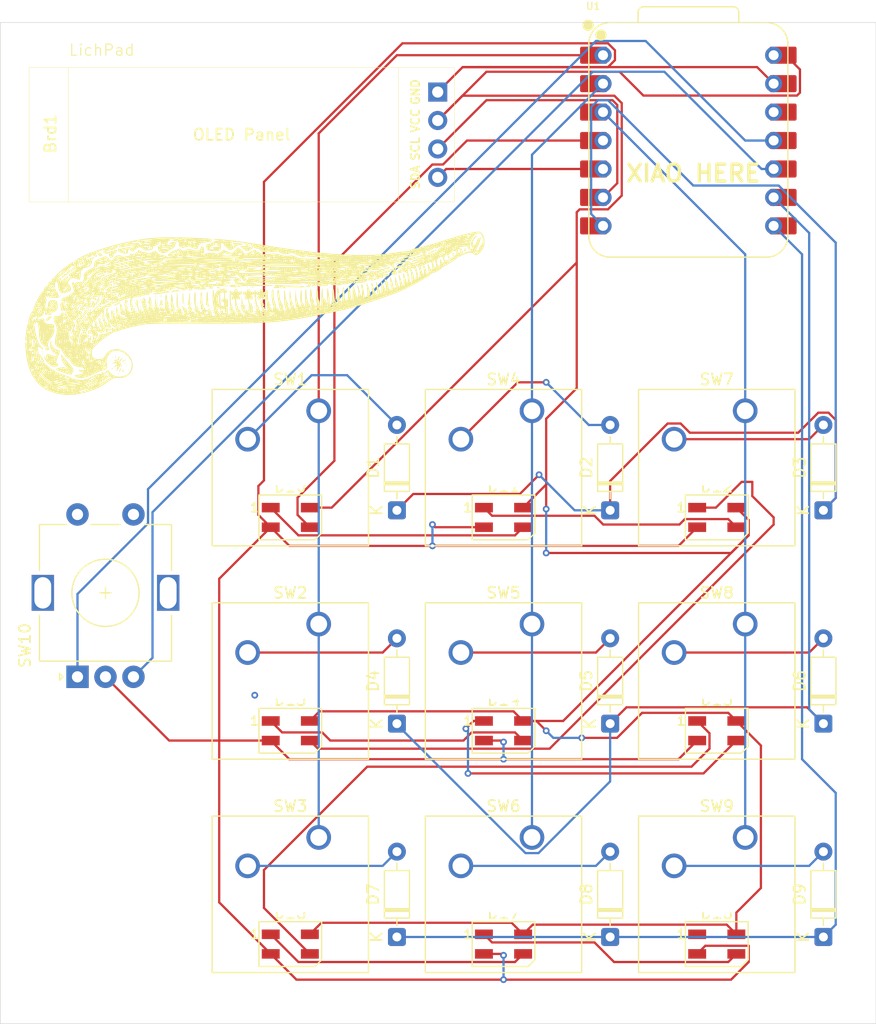
<source format=kicad_pcb>
(kicad_pcb (version 20241229) (generator "pcbnew") (generator_version "9.0")
  (layers (0 "F.Cu" signal) (2 "B.Cu" signal) (13 "F.Paste" user) (15 "B.Paste" user) (5 "F.SilkS" user "F.Silkscreen") (7 "B.SilkS" user "B.Silkscreen") (1 "F.Mask" user) (3 "B.Mask" user) (25 "Edge.Cuts" user))
  (net 0 "")
  (net 1 "GND")
  (net 2 "+5V")
  (net 3 "SDA")
  (net 4 "SCL")
  (net 5 "Net-(D1-A)")
  (net 6 "Row 1")
  (net 7 "Net-(D2-A)")
  (net 8 "Net-(D3-A)")
  (net 9 "Row 2")
  (net 10 "Net-(D4-A)")
  (net 11 "Net-(D5-A)")
  (net 12 "Net-(D6-A)")
  (net 13 "Row 3")
  (net 14 "Net-(D7-A)")
  (net 15 "Net-(D8-A)")
  (net 16 "Net-(D9-A)")
  (net 17 "Net-(D10-DOUT)")
  (net 18 "RGB")
  (net 19 "Net-(D11-DOUT)")
  (net 20 "Net-(D12-DOUT)")
  (net 21 "Net-(D13-DOUT)")
  (net 22 "Net-(D14-DOUT)")
  (net 23 "Net-(D15-DOUT)")
  (net 24 "Net-(D16-DOUT)")
  (net 25 "Net-(D17-DOUT)")
  (net 27 "Column 1")
  (net 28 "Column 2")
  (net 29 "Column 3")
  (net 32 "B")
  (net 33 "A")
  (footprint "Button_Switch_Keyboard:SW_Cherry_MX_1.00u_PCB" (layer "F.Cu") (at 76.2 98.425)
    (property "Reference" "SW2" (at -2.54 -2.794 0) (layer "F.SilkS"))
    (property "Value" "SW_Push")
    (pad "" np_thru_hole circle (at -7.62 5.08) (size 1.7 1.7) (drill 1.7) (layers "*.Cu" "*.Mask"))
    (pad "" np_thru_hole circle (at -2.54 5.08) (size 4 4) (drill 4) (layers "*.Cu" "*.Mask"))
    (pad "" np_thru_hole circle (at 2.54 5.08) (size 1.7 1.7) (drill 1.7) (layers "*.Cu" "*.Mask"))
    (pad "1" thru_hole circle (at 0 0) (size 2.2 2.2) (drill 1.5) (layers "*.Cu" "*.Mask") (net 27 "Column 1"))
    (pad "2" thru_hole circle (at -6.35 2.54) (size 2.2 2.2) (drill 1.5) (layers "*.Cu" "*.Mask") (net 10 "Net-(D4-A)"))
  )
  (footprint "Diode_THT:D_DO-35_SOD27_P7.62mm_Horizontal" (layer "F.Cu") (at 102.235 88.265 90)
    (property "Reference" "D2" (at 3.81 -2.12 90) (layer "F.SilkS"))
    (property "Value" "1N4148")
    (fp_text user "K" (at 0 -1.8 90) (layer "F.SilkS"))
    (pad "1" thru_hole roundrect (at 0 0 90) (size 1.6 1.6) (drill 0.8) (layers "*.Cu" "*.Mask") (roundrect_rratio 0.15625) (net 6 "Row 1"))
    (pad "2" thru_hole circle (at 7.62 0 90) (size 1.6 1.6) (drill 0.8) (layers "*.Cu" "*.Mask") (net 7 "Net-(D2-A)"))
  )
  (footprint "Button_Switch_Keyboard:SW_Cherry_MX_1.00u_PCB" (layer "F.Cu") (at 95.25 79.375)
    (property "Reference" "SW4" (at -2.54 -2.794 0) (layer "F.SilkS"))
    (property "Value" "SW_Push")
    (pad "" np_thru_hole circle (at -7.62 5.08) (size 1.7 1.7) (drill 1.7) (layers "*.Cu" "*.Mask"))
    (pad "" np_thru_hole circle (at -2.54 5.08) (size 4 4) (drill 4) (layers "*.Cu" "*.Mask"))
    (pad "" np_thru_hole circle (at 2.54 5.08) (size 1.7 1.7) (drill 1.7) (layers "*.Cu" "*.Mask"))
    (pad "1" thru_hole circle (at 0 0) (size 2.2 2.2) (drill 1.5) (layers "*.Cu" "*.Mask") (net 28 "Column 2"))
    (pad "2" thru_hole circle (at -6.35 2.54) (size 2.2 2.2) (drill 1.5) (layers "*.Cu" "*.Mask") (net 7 "Net-(D2-A)"))
  )
  (footprint "Symbol:Leech" (layer "F.Cu") (at 69.193128 69.482038)
    (property "Reference" "G***" (at 0 0 0) (layer "F.SilkS") (effects (font (size 1.5 1.5) (thickness 0.3))))
    (property "Value" "LOGO" (hide yes))
  )
  (footprint "Button_Switch_Keyboard:SW_Cherry_MX_1.00u_PCB" (layer "F.Cu") (at 114.3 79.375)
    (property "Reference" "SW7" (at -2.54 -2.794 0) (layer "F.SilkS"))
    (property "Value" "SW_Push")
    (pad "" np_thru_hole circle (at -7.62 5.08) (size 1.7 1.7) (drill 1.7) (layers "*.Cu" "*.Mask"))
    (pad "" np_thru_hole circle (at -2.54 5.08) (size 4 4) (drill 4) (layers "*.Cu" "*.Mask"))
    (pad "" np_thru_hole circle (at 2.54 5.08) (size 1.7 1.7) (drill 1.7) (layers "*.Cu" "*.Mask"))
    (pad "1" thru_hole circle (at 0 0) (size 2.2 2.2) (drill 1.5) (layers "*.Cu" "*.Mask") (net 29 "Column 3"))
    (pad "2" thru_hole circle (at -6.35 2.54) (size 2.2 2.2) (drill 1.5) (layers "*.Cu" "*.Mask") (net 8 "Net-(D3-A)"))
  )
  (footprint "OPL:XIAO-RP2040-DIP" (layer "F.Cu") (at 109.22 55.245)
    (property "Reference" "U1" (at -8.5 -12 0) (layer "F.SilkS") (effects (font (size 0.635 0.635) (thickness 0.1016))))
    (property "Value" "XIAO-RP2040-DIP")
    (pad "1" smd roundrect (at -8.455 -7.62 180) (size 2.432 1.524) (layers "F.Cu" "F.Mask") (roundrect_rratio 0.1) (net 27 "Column 1"))
    (pad "1" thru_hole circle (at -7.62 -7.62 180) (size 1.524 1.524) (drill 0.889) (layers "*.Cu" "*.Mask") (net 27 "Column 1"))
    (pad "2" smd roundrect (at -8.455 -5.08 180) (size 2.432 1.524) (layers "F.Cu" "F.Mask") (roundrect_rratio 0.1) (net 28 "Column 2"))
    (pad "2" thru_hole circle (at -7.62 -5.08 180) (size 1.524 1.524) (drill 0.889) (layers "*.Cu" "*.Mask") (net 28 "Column 2"))
    (pad "3" smd roundrect (at -8.455 -2.54 180) (size 2.432 1.524) (layers "F.Cu" "F.Mask") (roundrect_rratio 0.1) (net 29 "Column 3"))
    (pad "3" thru_hole circle (at -7.62 -2.54 180) (size 1.524 1.524) (drill 0.889) (layers "*.Cu" "*.Mask") (net 29 "Column 3"))
    (pad "4" smd roundrect (at -8.455 0 180) (size 2.432 1.524) (layers "F.Cu" "F.Mask") (roundrect_rratio 0.1) (net 18 "RGB"))
    (pad "4" thru_hole circle (at -7.62 0 180) (size 1.524 1.524) (drill 0.889) (layers "*.Cu" "*.Mask") (net 18 "RGB"))
    (pad "5" smd roundrect (at -8.455 2.54 180) (size 2.432 1.524) (layers "F.Cu" "F.Mask") (roundrect_rratio 0.1) (net 3 "SDA"))
    (pad "5" thru_hole circle (at -7.62 2.54 180) (size 1.524 1.524) (drill 0.889) (layers "*.Cu" "*.Mask") (net 3 "SDA"))
    (pad "6" smd roundrect (at -8.455 5.08 180) (size 2.432 1.524) (layers "F.Cu" "F.Mask") (roundrect_rratio 0.1) (net 4 "SCL"))
    (pad "6" thru_hole circle (at -7.62 5.08 180) (size 1.524 1.524) (drill 0.889) (layers "*.Cu" "*.Mask") (net 4 "SCL"))
    (pad "7" smd roundrect (at -8.455 7.62 180) (size 2.432 1.524) (layers "F.Cu" "F.Mask") (roundrect_rratio 0.1) (net 6 "Row 1"))
    (pad "7" thru_hole circle (at -7.62 7.62 180) (size 1.524 1.524) (drill 0.889) (layers "*.Cu" "*.Mask") (net 6 "Row 1"))
    (pad "8" thru_hole circle (at 7.62 7.62) (size 1.524 1.524) (drill 0.889) (layers "*.Cu" "*.Mask") (net 13 "Row 3"))
    (pad "8" smd roundrect (at 8.455 7.62) (size 2.432 1.524) (layers "F.Cu" "F.Mask") (roundrect_rratio 0.1) (net 13 "Row 3"))
    (pad "9" thru_hole circle (at 7.62 5.08) (size 1.524 1.524) (drill 0.889) (layers "*.Cu" "*.Mask") (net 9 "Row 2"))
    (pad "9" smd roundrect (at 8.455 5.08) (size 2.432 1.524) (layers "F.Cu" "F.Mask") (roundrect_rratio 0.1) (net 9 "Row 2"))
    (pad "10" thru_hole circle (at 7.62 2.54) (size 1.524 1.524) (drill 0.889) (layers "*.Cu" "*.Mask") (net 32 "B"))
    (pad "10" smd roundrect (at 8.455 2.54) (size 2.432 1.524) (layers "F.Cu" "F.Mask") (roundrect_rratio 0.1) (net 32 "B"))
    (pad "11" thru_hole circle (at 7.62 0) (size 1.524 1.524) (drill 0.889) (layers "*.Cu" "*.Mask") (net 33 "A"))
    (pad "11" smd roundrect (at 8.455 0) (size 2.432 1.524) (layers "F.Cu" "F.Mask") (roundrect_rratio 0.1) (net 33 "A"))
    (pad "12" thru_hole circle (at 7.62 -2.54) (size 1.524 1.524) (drill 0.889) (layers "*.Cu" "*.Mask"))
    (pad "12" smd roundrect (at 8.455 -2.54) (size 2.432 1.524) (layers "F.Cu" "F.Mask") (roundrect_rratio 0.1))
    (pad "13" thru_hole circle (at 7.62 -5.08) (size 1.524 1.524) (drill 0.889) (layers "*.Cu" "*.Mask") (net 1 "GND"))
    (pad "13" smd roundrect (at 8.455 -5.08) (size 2.432 1.524) (layers "F.Cu" "F.Mask") (roundrect_rratio 0.1) (net 1 "GND"))
    (pad "14" thru_hole circle (at 7.62 -7.62) (size 1.524 1.524) (drill 0.889) (layers "*.Cu" "*.Mask") (net 2 "+5V"))
    (pad "14" smd roundrect (at 8.455 -7.62) (size 2.432 1.524) (layers "F.Cu" "F.Mask") (roundrect_rratio 0.1) (net 2 "+5V"))
  )
  (footprint "Button_Switch_Keyboard:SW_Cherry_MX_1.00u_PCB" (layer "F.Cu") (at 76.2 79.375)
    (property "Reference" "SW1" (at -2.54 -2.794 0) (layer "F.SilkS"))
    (property "Value" "SW_Push")
    (pad "" np_thru_hole circle (at -7.62 5.08) (size 1.7 1.7) (drill 1.7) (layers "*.Cu" "*.Mask"))
    (pad "" np_thru_hole circle (at -2.54 5.08) (size 4 4) (drill 4) (layers "*.Cu" "*.Mask"))
    (pad "" np_thru_hole circle (at 2.54 5.08) (size 1.7 1.7) (drill 1.7) (layers "*.Cu" "*.Mask"))
    (pad "1" thru_hole circle (at 0 0) (size 2.2 2.2) (drill 1.5) (layers "*.Cu" "*.Mask") (net 27 "Column 1"))
    (pad "2" thru_hole circle (at -6.35 2.54) (size 2.2 2.2) (drill 1.5) (layers "*.Cu" "*.Mask") (net 5 "Net-(D1-A)"))
  )
  (footprint "LED_SMD:LED_SK6812MINI_PLCC4_3.5x3.5mm_P1.75mm" (layer "F.Cu") (at 111.76 127)
    (property "Reference" "D18" (at 0 -2.75 0) (layer "F.SilkS"))
    (property "Value" "SK6812MINI")
    (fp_text user "1" (at -3.2 -0.875 0) (layer "F.SilkS") (effects (font (size 0.8 0.8))))
    (pad "1" smd rect (at -1.75 -0.875) (size 1.6 0.85) (layers "F.Cu" "F.Mask" "F.Paste"))
    (pad "2" smd rect (at -1.75 0.875) (size 1.6 0.85) (layers "F.Cu" "F.Mask" "F.Paste") (net 1 "GND"))
    (pad "3" smd rect (at 1.75 0.875) (size 1.6 0.85) (layers "F.Cu" "F.Mask" "F.Paste") (net 25 "Net-(D17-DOUT)"))
    (pad "4" smd rect (at 1.75 -0.875) (size 1.6 0.85) (layers "F.Cu" "F.Mask" "F.Paste") (net 2 "+5V"))
  )
  (footprint "Button_Switch_Keyboard:SW_Cherry_MX_1.00u_PCB" (layer "F.Cu") (at 76.2 117.475)
    (property "Reference" "SW3" (at -2.54 -2.794 0) (layer "F.SilkS"))
    (property "Value" "SW_Push")
    (pad "" np_thru_hole circle (at -7.62 5.08) (size 1.7 1.7) (drill 1.7) (layers "*.Cu" "*.Mask"))
    (pad "" np_thru_hole circle (at -2.54 5.08) (size 4 4) (drill 4) (layers "*.Cu" "*.Mask"))
    (pad "" np_thru_hole circle (at 2.54 5.08) (size 1.7 1.7) (drill 1.7) (layers "*.Cu" "*.Mask"))
    (pad "1" thru_hole circle (at 0 0) (size 2.2 2.2) (drill 1.5) (layers "*.Cu" "*.Mask") (net 27 "Column 1"))
    (pad "2" thru_hole circle (at -6.35 2.54) (size 2.2 2.2) (drill 1.5) (layers "*.Cu" "*.Mask") (net 14 "Net-(D7-A)"))
  )
  (footprint "Diode_THT:D_DO-35_SOD27_P7.62mm_Horizontal" (layer "F.Cu") (at 121.285 107.315 90)
    (property "Reference" "D6" (at 3.81 -2.12 90) (layer "F.SilkS"))
    (property "Value" "1N4148")
    (fp_text user "K" (at 0 -1.8 90) (layer "F.SilkS"))
    (pad "1" thru_hole roundrect (at 0 0 90) (size 1.6 1.6) (drill 0.8) (layers "*.Cu" "*.Mask") (roundrect_rratio 0.15625) (net 9 "Row 2"))
    (pad "2" thru_hole circle (at 7.62 0 90) (size 1.6 1.6) (drill 0.8) (layers "*.Cu" "*.Mask") (net 12 "Net-(D6-A)"))
  )
  (footprint "Diode_THT:D_DO-35_SOD27_P7.62mm_Horizontal" (layer "F.Cu") (at 83.185 126.365 90)
    (property "Reference" "D7" (at 3.81 -2.12 90) (layer "F.SilkS"))
    (property "Value" "1N4148")
    (fp_text user "K" (at 0 -1.8 90) (layer "F.SilkS"))
    (pad "1" thru_hole roundrect (at 0 0 90) (size 1.6 1.6) (drill 0.8) (layers "*.Cu" "*.Mask") (roundrect_rratio 0.15625) (net 13 "Row 3"))
    (pad "2" thru_hole circle (at 7.62 0 90) (size 1.6 1.6) (drill 0.8) (layers "*.Cu" "*.Mask") (net 14 "Net-(D7-A)"))
  )
  (footprint "Diode_THT:D_DO-35_SOD27_P7.62mm_Horizontal" (layer "F.Cu") (at 83.185 88.265 90)
    (property "Reference" "D1" (at 3.81 -2.12 90) (layer "F.SilkS"))
    (property "Value" "1N4148")
    (fp_text user "K" (at 0 -1.8 90) (layer "F.SilkS"))
    (pad "1" thru_hole roundrect (at 0 0 90) (size 1.6 1.6) (drill 0.8) (layers "*.Cu" "*.Mask") (roundrect_rratio 0.15625) (net 6 "Row 1"))
    (pad "2" thru_hole circle (at 7.62 0 90) (size 1.6 1.6) (drill 0.8) (layers "*.Cu" "*.Mask") (net 5 "Net-(D1-A)"))
  )
  (footprint "Button_Switch_Keyboard:SW_Cherry_MX_1.00u_PCB" (layer "F.Cu") (at 95.25 117.475)
    (property "Reference" "SW6" (at -2.54 -2.794 0) (layer "F.SilkS"))
    (property "Value" "SW_Push")
    (pad "" np_thru_hole circle (at -7.62 5.08) (size 1.7 1.7) (drill 1.7) (layers "*.Cu" "*.Mask"))
    (pad "" np_thru_hole circle (at -2.54 5.08) (size 4 4) (drill 4) (layers "*.Cu" "*.Mask"))
    (pad "" np_thru_hole circle (at 2.54 5.08) (size 1.7 1.7) (drill 1.7) (layers "*.Cu" "*.Mask"))
    (pad "1" thru_hole circle (at 0 0) (size 2.2 2.2) (drill 1.5) (layers "*.Cu" "*.Mask") (net 28 "Column 2"))
    (pad "2" thru_hole circle (at -6.35 2.54) (size 2.2 2.2) (drill 1.5) (layers "*.Cu" "*.Mask") (net 15 "Net-(D8-A)"))
  )
  (footprint "LED_SMD:LED_SK6812MINI_PLCC4_3.5x3.5mm_P1.75mm" (layer "F.Cu") (at 73.66 107.95)
    (property "Reference" "D13" (at 0 -2.75 0) (layer "F.SilkS"))
    (property "Value" "SK6812MINI")
    (fp_text user "1" (at -3.2 -0.875 0) (layer "F.SilkS") (effects (font (size 0.8 0.8))))
    (pad "1" smd rect (at -1.75 -0.875) (size 1.6 0.85) (layers "F.Cu" "F.Mask" "F.Paste") (net 21 "Net-(D13-DOUT)"))
    (pad "2" smd rect (at -1.75 0.875) (size 1.6 0.85) (layers "F.Cu" "F.Mask" "F.Paste") (net 1 "GND"))
    (pad "3" smd rect (at 1.75 0.875) (size 1.6 0.85) (layers "F.Cu" "F.Mask" "F.Paste") (net 20 "Net-(D12-DOUT)"))
    (pad "4" smd rect (at 1.75 -0.875) (size 1.6 0.85) (layers "F.Cu" "F.Mask" "F.Paste") (net 2 "+5V"))
  )
  (footprint "LED_SMD:LED_SK6812MINI_PLCC4_3.5x3.5mm_P1.75mm" (layer "F.Cu") (at 73.66 88.9)
    (property "Reference" "D10" (at 0 -2.75 0) (layer "F.SilkS"))
    (property "Value" "SK6812MINI")
    (fp_text user "1" (at -3.2 -0.875 0) (layer "F.SilkS") (effects (font (size 0.8 0.8))))
    (pad "1" smd rect (at -1.75 -0.875) (size 1.6 0.85) (layers "F.Cu" "F.Mask" "F.Paste") (net 17 "Net-(D10-DOUT)"))
    (pad "2" smd rect (at -1.75 0.875) (size 1.6 0.85) (layers "F.Cu" "F.Mask" "F.Paste") (net 1 "GND"))
    (pad "3" smd rect (at 1.75 0.875) (size 1.6 0.85) (layers "F.Cu" "F.Mask" "F.Paste") (net 18 "RGB"))
    (pad "4" smd rect (at 1.75 -0.875) (size 1.6 0.85) (layers "F.Cu" "F.Mask" "F.Paste") (net 2 "+5V"))
  )
  (footprint "Diode_THT:D_DO-35_SOD27_P7.62mm_Horizontal" (layer "F.Cu") (at 83.185 107.315 90)
    (property "Reference" "D4" (at 3.81 -2.12 90) (layer "F.SilkS"))
    (property "Value" "1N4148")
    (fp_text user "K" (at 0 -1.8 90) (layer "F.SilkS"))
    (pad "1" thru_hole roundrect (at 0 0 90) (size 1.6 1.6) (drill 0.8) (layers "*.Cu" "*.Mask") (roundrect_rratio 0.15625) (net 9 "Row 2"))
    (pad "2" thru_hole circle (at 7.62 0 90) (size 1.6 1.6) (drill 0.8) (layers "*.Cu" "*.Mask") (net 10 "Net-(D4-A)"))
  )
  (footprint "LED_SMD:LED_SK6812MINI_PLCC4_3.5x3.5mm_P1.75mm" (layer "F.Cu") (at 73.66 127)
    (property "Reference" "D16" (at 0 -2.75 0) (layer "F.SilkS"))
    (property "Value" "SK6812MINI")
    (fp_text user "1" (at -3.2 -0.875 0) (layer "F.SilkS") (effects (font (size 0.8 0.8))))
    (pad "1" smd rect (at -1.75 -0.875) (size 1.6 0.85) (layers "F.Cu" "F.Mask" "F.Paste") (net 24 "Net-(D16-DOUT)"))
    (pad "2" smd rect (at -1.75 0.875) (size 1.6 0.85) (layers "F.Cu" "F.Mask" "F.Paste") (net 1 "GND"))
    (pad "3" smd rect (at 1.75 0.875) (size 1.6 0.85) (layers "F.Cu" "F.Mask" "F.Paste") (net 23 "Net-(D15-DOUT)"))
    (pad "4" smd rect (at 1.75 -0.875) (size 1.6 0.85) (layers "F.Cu" "F.Mask" "F.Paste") (net 2 "+5V"))
  )
  (footprint "LED_SMD:LED_SK6812MINI_PLCC4_3.5x3.5mm_P1.75mm" (layer "F.Cu") (at 92.71 88.9)
    (property "Reference" "D11" (at 0 -2.75 0) (layer "F.SilkS"))
    (property "Value" "SK6812MINI")
    (fp_text user "1" (at -3.2 -0.875 0) (layer "F.SilkS") (effects (font (size 0.8 0.8))))
    (pad "1" smd rect (at -1.75 -0.875) (size 1.6 0.85) (layers "F.Cu" "F.Mask" "F.Paste") (net 19 "Net-(D11-DOUT)"))
    (pad "2" smd rect (at -1.75 0.875) (size 1.6 0.85) (layers "F.Cu" "F.Mask" "F.Paste") (net 1 "GND"))
    (pad "3" smd rect (at 1.75 0.875) (size 1.6 0.85) (layers "F.Cu" "F.Mask" "F.Paste") (net 17 "Net-(D10-DOUT)"))
    (pad "4" smd rect (at 1.75 -0.875) (size 1.6 0.85) (layers "F.Cu" "F.Mask" "F.Paste") (net 2 "+5V"))
  )
  (footprint "LED_SMD:LED_SK6812MINI_PLCC4_3.5x3.5mm_P1.75mm" (layer "F.Cu") (at 92.71 107.95)
    (property "Reference" "D14" (at 0 -2.75 0) (layer "F.SilkS"))
    (property "Value" "SK6812MINI")
    (fp_text user "1" (at -3.2 -0.875 0) (layer "F.SilkS") (effects (font (size 0.8 0.8))))
    (pad "1" smd rect (at -1.75 -0.875) (size 1.6 0.85) (layers "F.Cu" "F.Mask" "F.Paste") (net 22 "Net-(D14-DOUT)"))
    (pad "2" smd rect (at -1.75 0.875) (size 1.6 0.85) (layers "F.Cu" "F.Mask" "F.Paste") (net 1 "GND"))
    (pad "3" smd rect (at 1.75 0.875) (size 1.6 0.85) (layers "F.Cu" "F.Mask" "F.Paste") (net 21 "Net-(D13-DOUT)"))
    (pad "4" smd rect (at 1.75 -0.875) (size 1.6 0.85) (layers "F.Cu" "F.Mask" "F.Paste") (net 2 "+5V"))
  )
  (footprint "Button_Switch_Keyboard:SW_Cherry_MX_1.00u_PCB" (layer "F.Cu") (at 95.25 98.425)
    (property "Reference" "SW5" (at -2.54 -2.794 0) (layer "F.SilkS"))
    (property "Value" "SW_Push")
    (pad "" np_thru_hole circle (at -7.62 5.08) (size 1.7 1.7) (drill 1.7) (layers "*.Cu" "*.Mask"))
    (pad "" np_thru_hole circle (at -2.54 5.08) (size 4 4) (drill 4) (layers "*.Cu" "*.Mask"))
    (pad "" np_thru_hole circle (at 2.54 5.08) (size 1.7 1.7) (drill 1.7) (layers "*.Cu" "*.Mask"))
    (pad "1" thru_hole circle (at 0 0) (size 2.2 2.2) (drill 1.5) (layers "*.Cu" "*.Mask") (net 28 "Column 2"))
    (pad "2" thru_hole circle (at -6.35 2.54) (size 2.2 2.2) (drill 1.5) (layers "*.Cu" "*.Mask") (net 11 "Net-(D5-A)"))
  )
  (footprint "Button_Switch_Keyboard:SW_Cherry_MX_1.00u_PCB" (layer "F.Cu") (at 114.3 98.425)
    (property "Reference" "SW8" (at -2.54 -2.794 0) (layer "F.SilkS"))
    (property "Value" "SW_Push")
    (pad "" np_thru_hole circle (at -7.62 5.08) (size 1.7 1.7) (drill 1.7) (layers "*.Cu" "*.Mask"))
    (pad "" np_thru_hole circle (at -2.54 5.08) (size 4 4) (drill 4) (layers "*.Cu" "*.Mask"))
    (pad "" np_thru_hole circle (at 2.54 5.08) (size 1.7 1.7) (drill 1.7) (layers "*.Cu" "*.Mask"))
    (pad "1" thru_hole circle (at 0 0) (size 2.2 2.2) (drill 1.5) (layers "*.Cu" "*.Mask") (net 29 "Column 3"))
    (pad "2" thru_hole circle (at -6.35 2.54) (size 2.2 2.2) (drill 1.5) (layers "*.Cu" "*.Mask") (net 12 "Net-(D6-A)"))
  )
  (footprint "LED_SMD:LED_SK6812MINI_PLCC4_3.5x3.5mm_P1.75mm" (layer "F.Cu") (at 111.76 88.9)
    (property "Reference" "D12" (at 0 -2.75 0) (layer "F.SilkS"))
    (property "Value" "SK6812MINI")
    (fp_text user "1" (at -3.2 -0.875 0) (layer "F.SilkS") (effects (font (size 0.8 0.8))))
    (pad "1" smd rect (at -1.75 -0.875) (size 1.6 0.85) (layers "F.Cu" "F.Mask" "F.Paste") (net 20 "Net-(D12-DOUT)"))
    (pad "2" smd rect (at -1.75 0.875) (size 1.6 0.85) (layers "F.Cu" "F.Mask" "F.Paste") (net 1 "GND"))
    (pad "3" smd rect (at 1.75 0.875) (size 1.6 0.85) (layers "F.Cu" "F.Mask" "F.Paste") (net 19 "Net-(D11-DOUT)"))
    (pad "4" smd rect (at 1.75 -0.875) (size 1.6 0.85) (layers "F.Cu" "F.Mask" "F.Paste") (net 2 "+5V"))
  )
  (footprint "LED_SMD:LED_SK6812MINI_PLCC4_3.5x3.5mm_P1.75mm" (layer "F.Cu") (at 111.76 107.95)
    (property "Reference" "D15" (at 0 -2.75 0) (layer "F.SilkS"))
    (property "Value" "SK6812MINI")
    (fp_text user "1" (at -3.2 -0.875 0) (layer "F.SilkS") (effects (font (size 0.8 0.8))))
    (pad "1" smd rect (at -1.75 -0.875) (size 1.6 0.85) (layers "F.Cu" "F.Mask" "F.Paste") (net 23 "Net-(D15-DOUT)"))
    (pad "2" smd rect (at -1.75 0.875) (size 1.6 0.85) (layers "F.Cu" "F.Mask" "F.Paste") (net 1 "GND"))
    (pad "3" smd rect (at 1.75 0.875) (size 1.6 0.85) (layers "F.Cu" "F.Mask" "F.Paste") (net 22 "Net-(D14-DOUT)"))
    (pad "4" smd rect (at 1.75 -0.875) (size 1.6 0.85) (layers "F.Cu" "F.Mask" "F.Paste") (net 2 "+5V"))
  )
  (footprint "LED_SMD:SSD1306-0.91-OLED-4pin-128x32" (layer "F.Cu") (at 50.33 48.725)
    (property "Reference" "Brd1" (at 1.9 5.91 90) (layer "F.SilkS"))
    (property "Value" "SSD1306")
    (fp_text user "GND" (at 34.5 2.19 90) (layer "F.SilkS") (effects (font (size 0.75 0.75))))
    (fp_text user "SDA" (at 34.5 9.81 90) (layer "F.SilkS") (effects (font (size 0.75 0.75))))
    (fp_text user "OLED Panel" (at 19 6 0) (layer "F.SilkS"))
    (fp_text user "VCC" (at 34.5 4.73 90) (layer "F.SilkS") (effects (font (size 0.75 0.75))))
    (fp_text user "SCL" (at 34.5 7.27 90) (layer "F.SilkS") (effects (font (size 0.75 0.75))))
    (pad "1" thru_hole rect (at 36.5 2.19) (size 1.7 1.7) (drill 1) (layers "*.Cu" "*.Mask") (net 1 "GND"))
    (pad "2" thru_hole oval (at 36.5 4.73) (size 1.7 1.7) (drill 1) (layers "*.Cu" "*.Mask") (net 2 "+5V"))
    (pad "3" thru_hole oval (at 36.5 7.27) (size 1.7 1.7) (drill 1) (layers "*.Cu" "*.Mask") (net 4 "SCL"))
    (pad "4" thru_hole oval (at 36.5 9.81) (size 1.7 1.7) (drill 1) (layers "*.Cu" "*.Mask") (net 3 "SDA"))
  )
  (footprint "Rotary_Encoder:RotaryEncoder_Alps_EC11E-Switch_Vertical_H20mm" (layer "F.Cu") (at 54.65 103.135 90)
    (property "Reference" "SW10" (at 2.8 -4.7 90) (layer "F.SilkS"))
    (property "Value" "RotaryEncoder_Switch")
    (pad "A" thru_hole rect (at 0 0 90) (size 2 2) (drill 1) (layers "*.Cu" "*.Mask") (net 33 "A"))
    (pad "B" thru_hole circle (at 0 5 90) (size 2 2) (drill 1) (layers "*.Cu" "*.Mask") (net 32 "B"))
    (pad "C" thru_hole circle (at 0 2.5 90) (size 2 2) (drill 1) (layers "*.Cu" "*.Mask") (net 1 "GND"))
    (pad "MP" thru_hole rect (at 7.5 -3.1 90) (size 3.2 2) (drill oval 2.8 1.5) (layers "*.Cu" "*.Mask"))
    (pad "MP" thru_hole rect (at 7.5 8.1 90) (size 3.2 2) (drill oval 2.8 1.5) (layers "*.Cu" "*.Mask"))
    (pad "S1" thru_hole circle (at 14.5 5 90) (size 2 2) (drill 1) (layers "*.Cu" "*.Mask"))
    (pad "S2" thru_hole circle (at 14.5 0 90) (size 2 2) (drill 1) (layers "*.Cu" "*.Mask"))
  )
  (footprint "Diode_THT:D_DO-35_SOD27_P7.62mm_Horizontal" (layer "F.Cu") (at 121.285 88.265 90)
    (property "Reference" "D3" (at 3.81 -2.12 90) (layer "F.SilkS"))
    (property "Value" "1N4148")
    (fp_text user "K" (at 0 -1.8 90) (layer "F.SilkS"))
    (pad "1" thru_hole roundrect (at 0 0 90) (size 1.6 1.6) (drill 0.8) (layers "*.Cu" "*.Mask") (roundrect_rratio 0.15625) (net 6 "Row 1"))
    (pad "2" thru_hole circle (at 7.62 0 90) (size 1.6 1.6) (drill 0.8) (layers "*.Cu" "*.Mask") (net 8 "Net-(D3-A)"))
  )
  (footprint "LED_SMD:LED_SK6812MINI_PLCC4_3.5x3.5mm_P1.75mm" (layer "F.Cu") (at 92.71 127)
    (property "Reference" "D17" (at 0 -2.75 0) (layer "F.SilkS"))
    (property "Value" "SK6812MINI")
    (fp_text user "1" (at -3.2 -0.875 0) (layer "F.SilkS") (effects (font (size 0.8 0.8))))
    (pad "1" smd rect (at -1.75 -0.875) (size 1.6 0.85) (layers "F.Cu" "F.Mask" "F.Paste") (net 25 "Net-(D17-DOUT)"))
    (pad "2" smd rect (at -1.75 0.875) (size 1.6 0.85) (layers "F.Cu" "F.Mask" "F.Paste") (net 1 "GND"))
    (pad "3" smd rect (at 1.75 0.875) (size 1.6 0.85) (layers "F.Cu" "F.Mask" "F.Paste") (net 24 "Net-(D16-DOUT)"))
    (pad "4" smd rect (at 1.75 -0.875) (size 1.6 0.85) (layers "F.Cu" "F.Mask" "F.Paste") (net 2 "+5V"))
  )
  (footprint "Diode_THT:D_DO-35_SOD27_P7.62mm_Horizontal" (layer "F.Cu") (at 102.235 126.365 90)
    (property "Reference" "D8" (at 3.81 -2.12 90) (layer "F.SilkS"))
    (property "Value" "1N4148")
    (fp_text user "K" (at 0 -1.8 90) (layer "F.SilkS"))
    (pad "1" thru_hole roundrect (at 0 0 90) (size 1.6 1.6) (drill 0.8) (layers "*.Cu" "*.Mask") (roundrect_rratio 0.15625) (net 13 "Row 3"))
    (pad "2" thru_hole circle (at 7.62 0 90) (size 1.6 1.6) (drill 0.8) (layers "*.Cu" "*.Mask") (net 15 "Net-(D8-A)"))
  )
  (footprint "Diode_THT:D_DO-35_SOD27_P7.62mm_Horizontal" (layer "F.Cu") (at 102.235 107.315 90)
    (property "Reference" "D5" (at 3.81 -2.12 90) (layer "F.SilkS"))
    (property "Value" "1N4148")
    (fp_text user "K" (at 0 -1.8 90) (layer "F.SilkS"))
    (pad "1" thru_hole roundrect (at 0 0 90) (size 1.6 1.6) (drill 0.8) (layers "*.Cu" "*.Mask") (roundrect_rratio 0.15625) (net 9 "Row 2"))
    (pad "2" thru_hole circle (at 7.62 0 90) (size 1.6 1.6) (drill 0.8) (layers "*.Cu" "*.Mask") (net 11 "Net-(D5-A)"))
  )
  (footprint "Button_Switch_Keyboard:SW_Cherry_MX_1.00u_PCB" (layer "F.Cu") (at 114.3 117.475)
    (property "Reference" "SW9" (at -2.54 -2.794 0) (layer "F.SilkS"))
    (property "Value" "SW_Push")
    (pad "" np_thru_hole circle (at -7.62 5.08) (size 1.7 1.7) (drill 1.7) (layers "*.Cu" "*.Mask"))
    (pad "" np_thru_hole circle (at -2.54 5.08) (size 4 4) (drill 4) (layers "*.Cu" "*.Mask"))
    (pad "" np_thru_hole circle (at 2.54 5.08) (size 1.7 1.7) (drill 1.7) (layers "*.Cu" "*.Mask"))
    (pad "1" thru_hole circle (at 0 0) (size 2.2 2.2) (drill 1.5) (layers "*.Cu" "*.Mask") (net 29 "Column 3"))
    (pad "2" thru_hole circle (at -6.35 2.54) (size 2.2 2.2) (drill 1.5) (layers "*.Cu" "*.Mask") (net 16 "Net-(D9-A)"))
  )
  (footprint "Diode_THT:D_DO-35_SOD27_P7.62mm_Horizontal" (layer "F.Cu") (at 121.285 126.365 90)
    (property "Reference" "D9" (at 3.81 -2.12 90) (layer "F.SilkS"))
    (property "Value" "1N4148")
    (fp_text user "K" (at 0 -1.8 90) (layer "F.SilkS"))
    (pad "1" thru_hole roundrect (at 0 0 90) (size 1.6 1.6) (drill 0.8) (layers "*.Cu" "*.Mask") (roundrect_rratio 0.15625) (net 13 "Row 3"))
    (pad "2" thru_hole circle (at 7.62 0 90) (size 1.6 1.6) (drill 0.8) (layers "*.Cu" "*.Mask") (net 16 "Net-(D9-A)"))
  )
  (gr_rect (start 47.752 44.704) (end 125.984 134.112) (stroke (width 0.05)) (fill no) (layer "Edge.Cuts"))
  (gr_text "XIAO HERE" (at 103.505 59.055 0) (layer "F.SilkS") (effects (font (size 1.5 1.5) (thickness 0.3) (bold yes)) (justify left bottom)))
  (gr_text "LichPad" (at 53.83 47.752 0) (layer "F.SilkS") (effects (font (size 1 1) (thickness 0.1)) (justify left bottom)))
  (via (at 70.485 104.775) (size 0.6) (drill 0.3) (layers "F.Cu" "B.Cu") (net 0))
  (segment (start 102.04031 46.562) (end 83.6809 46.562) (width 0.2) (layer "F.Cu") (net 1))
  (segment (start 73.575 91.44) (end 71.91 89.775) (width 0.2) (layer "F.Cu") (net 1))
  (segment (start 70.809 86.097) (end 70.809 88.674) (width 0.2) (layer "F.Cu") (net 1))
  (segment (start 71.309 85.597) (end 70.809 86.097) (width 0.2) (layer "F.Cu") (net 1))
  (segment (start 71.91 127.875) (end 67.31 123.275) (width 0.2) (layer "F.Cu") (net 1))
  (segment (start 67.31 108.825) (end 62.84 108.825) (width 0.2) (layer "F.Cu") (net 1))
  (segment (start 70.809 88.674) (end 71.91 89.775) (width 0.2) (layer "F.Cu") (net 1))
  (segment (start 74.21 130.175) (end 71.91 127.875) (width 0.2) (layer "F.Cu") (net 1))
  (segment (start 67.31 94.375) (end 67.31 108.825) (width 0.2) (layer "F.Cu") (net 1))
  (segment (start 90.96 89.775) (end 86.6 89.775) (width 0.2) (layer "F.Cu") (net 1))
  (segment (start 67.31 123.275) (end 67.31 108.825) (width 0.2) (layer "F.Cu") (net 1))
  (segment (start 115.363 48.688) (end 116.84 50.165) (width 0.2) (layer "F.Cu") (net 1))
  (segment (start 108.345 110.49) (end 110.01 108.825) (width 0.2) (layer "F.Cu") (net 1))
  (segment (start 71.91 108.825) (end 67.31 108.825) (width 0.2) (layer "F.Cu") (net 1))
  (segment (start 62.84 108.825) (end 57.15 103.135) (width 0.2) (layer "F.Cu") (net 1))
  (segment (start 102.663 47.18469) (end 102.04031 46.562) (width 0.2) (layer "F.Cu") (net 1))
  (segment (start 102.663 48.06531) (end 102.663 47.18469) (width 0.2) (layer "F.Cu") (net 1))
  (segment (start 102.04031 48.688) (end 102.663 48.06531) (width 0.2) (layer "F.Cu") (net 1))
  (segment (start 113.037 130.175) (end 114.611 128.601) (width 0.2) (layer "F.Cu") (net 1))
  (segment (start 92.584 108.825) (end 92.71 108.951) (width 0.2) (layer "F.Cu") (net 1))
  (segment (start 108.345 91.44) (end 110.01 89.775) (width 0.2) (layer "F.Cu") (net 1))
  (segment (start 92.584 127.875) (end 92.71 128.001) (width 0.2) (layer "F.Cu") (net 1))
  (segment (start 92.71 110.49) (end 108.345 110.49) (width 0.2) (layer "F.Cu") (net 1))
  (segment (start 73.575 110.49) (end 71.91 108.825) (width 0.2) (layer "F.Cu") (net 1))
  (segment (start 92.71 110.49) (end 73.575 110.49) (width 0.2) (layer "F.Cu") (net 1))
  (segment (start 86.36 91.44) (end 108.345 91.44) (width 0.2) (layer "F.Cu") (net 1))
  (segment (start 83.6809 46.562) (end 71.309 58.9339) (width 0.2) (layer "F.Cu") (net 1))
  (segment (start 86.36 91.44) (end 73.575 91.44) (width 0.2) (layer "F.Cu") (net 1))
  (segment (start 90.96 127.875) (end 92.584 127.875) (width 0.2) (layer "F.Cu") (net 1))
  (segment (start 114.611 128.601) (end 114.611 127.149) (width 0.2) (layer "F.Cu") (net 1))
  (segment (start 110.736 127.149) (end 110.01 127.875) (width 0.2) (layer "F.Cu") (net 1))
  (segment (start 90.96 108.825) (end 92.584 108.825) (width 0.2) (layer "F.Cu") (net 1))
  (segment (start 89.057 48.688) (end 115.363 48.688) (width 0.2) (layer "F.Cu") (net 1))
  (segment (start 92.71 130.175) (end 113.037 130.175) (width 0.2) (layer "F.Cu") (net 1))
  (segment (start 71.309 58.9339) (end 71.309 85.597) (width 0.2) (layer "F.Cu") (net 1))
  (segment (start 71.91 89.775) (end 67.31 94.375) (width 0.2) (layer "F.Cu") (net 1))
  (segment (start 86.83 50.915) (end 89.057 48.688) (width 0.2) (layer "F.Cu") (net 1))
  (segment (start 92.71 130.175) (end 74.21 130.175) (width 0.2) (layer "F.Cu") (net 1))
  (segment (start 86.6 89.775) (end 86.36 89.535) (width 0.2) (layer "F.Cu") (net 1))
  (segment (start 114.611 127.149) (end 110.736 127.149) (width 0.2) (layer "F.Cu") (net 1))
  (segment (start 89.057 48.688) (end 102.04031 48.688) (width 0.2) (layer "F.Cu") (net 1))
  (via (at 92.71 128.001) (size 0.6) (drill 0.3) (layers "F.Cu" "B.Cu") (net 1))
  (via (at 86.36 91.44) (size 0.6) (drill 0.3) (layers "F.Cu" "B.Cu") (net 1))
  (via (at 92.71 108.951) (size 0.6) (drill 0.3) (layers "F.Cu" "B.Cu") (net 1))
  (via (at 86.36 89.535) (size 0.6) (drill 0.3) (layers "F.Cu" "B.Cu") (net 1))
  (via (at 92.71 110.49) (size 0.6) (drill 0.3) (layers "F.Cu" "B.Cu") (net 1))
  (via (at 92.71 130.175) (size 0.6) (drill 0.3) (layers "F.Cu" "B.Cu") (net 1))
  (segment (start 92.71 108.951) (end 92.71 110.49) (width 0.2) (layer "B.Cu") (net 1))
  (segment (start 92.71 128.001) (end 92.71 130.175) (width 0.2) (layer "B.Cu") (net 1))
  (segment (start 86.36 89.535) (end 86.36 91.44) (width 0.2) (layer "B.Cu") (net 1))
  (segment (start 99.248 66.13905) (end 99.248 61.649374) (width 0.2) (layer "F.Cu") (net 2))
  (segment (start 94.46 107.075) (end 98.037 107.075) (width 0.2) (layer "F.Cu") (net 2))
  (segment (start 78.566025 86.821025) (end 99.248 66.13905) (width 0.2) (layer "F.Cu") (net 2))
  (segment (start 113.51 107.075) (end 115.701 109.266) (width 0.2) (layer "F.Cu") (net 2))
  (segment (start 93.599 106.214) (end 94.46 107.075) (width 0.2) (layer "F.Cu") (net 2))
  (segment (start 117.91763 47.625) (end 116.84 47.625) (width 0.2) (layer "F.Cu") (net 2))
  (segment (start 112.649 125.264) (end 113.51 126.125) (width 0.2) (layer "F.Cu") (net 2))
  (segment (start 103.271 51.9039) (end 102.6081 51.241) (width 0.2) (layer "F.Cu") (net 2))
  (segment (start 76.44 125.095) (end 93.43 125.095) (width 0.2) (layer "F.Cu") (net 2))
  (segment (start 94.46 88.025) (end 96.52 85.965) (width 0.2) (layer "F.Cu") (net 2))
  (segment (start 102.04031 61.388) (end 103.271 60.15731) (width 0.2) (layer "F.Cu") (net 2))
  (segment (start 77.36205 88.025) (end 78.566025 86.821025) (width 0.2) (layer "F.Cu") (net 2))
  (segment (start 119.192 48.89937) (end 117.91763 47.625) (width 0.2) (layer "F.Cu") (net 2))
  (segment (start 114.611 90.501) (end 113.037 92.075) (width 0.2) (layer "F.Cu") (net 2))
  (segment (start 94.46 126.125) (end 95.321 125.264) (width 0.2) (layer "F.Cu") (net 2))
  (segment (start 75.41 126.125) (end 76.44 125.095) (width 0.2) (layer "F.Cu") (net 2))
  (segment (start 103.271 60.15731) (end 103.271 51.9039) (width 0.2) (layer "F.Cu") (net 2))
  (segment (start 86.83 53.455) (end 91.183 49.102) (width 0.2) (layer "F.Cu") (net 2))
  (segment (start 118.930626 51.228) (end 119.192 50.966626) (width 0.2) (layer "F.Cu") (net 2))
  (segment (start 115.701 109.266) (end 115.701 121.99553) (width 0.2) (layer "F.Cu") (net 2))
  (segment (start 119.192 50.966626) (end 119.192 48.89937) (width 0.2) (layer "F.Cu") (net 2))
  (segment (start 95.645 107.075) (end 94.46 107.075) (width 0.2) (layer "F.Cu") (net 2))
  (segment (start 105.08716 106.349) (end 102.85116 108.585) (width 0.2) (layer "F.Cu") (net 2))
  (segment (start 95.321 125.264) (end 112.649 125.264) (width 0.2) (layer "F.Cu") (net 2))
  (segment (start 112.784 106.349) (end 105.08716 106.349) (width 0.2) (layer "F.Cu") (net 2))
  (segment (start 91.183 49.102) (end 103.077 49.102) (width 0.2) (layer "F.Cu") (net 2))
  (segment (start 99.248 61.649374) (end 99.509374 61.388) (width 0.2) (layer "F.Cu") (net 2))
  (segment (start 96.52 85.965) (end 96.52 80.086314) (width 0.2) (layer "F.Cu") (net 2))
  (segment (start 89.044 51.241) (end 86.83 53.455) (width 0.2) (layer "F.Cu") (net 2))
  (segment (start 96.52 88.151) (end 96.52 85.965) (width 0.2) (layer "F.Cu") (net 2))
  (segment (start 113.51 124.18653) (end 113.51 126.125) (width 0.2) (layer "F.Cu") (net 2))
  (segment (start 113.037 92.075) (end 96.52 92.075) (width 0.2) (layer "F.Cu") (net 2))
  (segment (start 102.85116 108.585) (end 99.695 108.585) (width 0.2) (layer "F.Cu") (net 2))
  (segment (start 103.077 49.102) (end 105.203 51.228) (width 0.2) (layer "F.Cu") (net 2))
  (segment (start 99.248 77.358314) (end 99.248 66.13905) (width 0.2) (layer "F.Cu") (net 2))
  (segment (start 99.509374 61.388) (end 102.04031 61.388) (width 0.2) (layer "F.Cu") (net 2))
  (segment (start 113.51 107.075) (end 112.784 106.349) (width 0.2) (layer "F.Cu") (net 2))
  (segment (start 96.52 80.086314) (end 99.248 77.358314) (width 0.2) (layer "F.Cu") (net 2))
  (segment (start 76.271 106.214) (end 93.599 106.214) (width 0.2) (layer "F.Cu") (net 2))
  (segment (start 114.611 90.501) (end 114.611 89.126) (width 0.2) (layer "F.Cu") (net 2))
  (segment (start 105.203 51.228) (end 118.930626 51.228) (width 0.2) (layer "F.Cu") (net 2))
  (segment (start 96.52 107.95) (end 95.645 107.075) (width 0.2) (layer "F.Cu") (net 2))
  (segment (start 75.41 88.025) (end 77.36205 88.025) (width 0.2) (layer "F.Cu") (net 2))
  (segment (start 98.037 107.075) (end 114.611 90.501) (width 0.2) (layer "F.Cu") (net 2))
  (segment (start 75.41 107.075) (end 76.271 106.214) (width 0.2) (layer "F.Cu") (net 2))
  (segment (start 93.43 125.095) (end 94.46 126.125) (width 0.2) (layer "F.Cu") (net 2))
  (segment (start 102.6081 51.241) (end 89.044 51.241) (width 0.2) (layer "F.Cu") (net 2))
  (segment (start 114.611 89.126) (end 113.51 88.025) (width 0.2) (layer "F.Cu") (net 2))
  (segment (start 115.701 121.99553) (end 113.51 124.18653) (width 0.2) (layer "F.Cu") (net 2))
  (via (at 96.52 88.151) (size 0.6) (drill 0.3) (layers "F.Cu" "B.Cu") (net 2))
  (via (at 96.52 107.95) (size 0.6) (drill 0.3) (layers "F.Cu" "B.Cu") (net 2))
  (via (at 99.695 108.585) (size 0.6) (drill 0.3) (layers "F.Cu" "B.Cu") (net 2))
  (via (at 96.52 92.075) (size 0.6) (drill 0.3) (layers "F.Cu" "B.Cu") (net 2))
  (segment (start 99.695 108.585) (end 97.155 108.585) (width 0.2) (layer "B.Cu") (net 2))
  (segment (start 96.52 92.075) (end 96.52 88.151) (width 0.2) (layer "B.Cu") (net 2))
  (segment (start 97.155 108.585) (end 96.52 107.95) (width 0.2) (layer "B.Cu") (net 2))
  (segment (start 87.58 57.785) (end 86.83 58.535) (width 0.2) (layer "F.Cu") (net 3))
  (segment (start 101.6 57.785) (end 87.58 57.785) (width 0.2) (layer "F.Cu") (net 3))
  (segment (start 102.442 51.642) (end 102.87 52.07) (width 0.2) (layer "F.Cu") (net 4))
  (segment (start 102.87 59.055) (end 101.6 60.325) (width 0.2) (layer "F.Cu") (net 4))
  (segment (start 91.183 51.642) (end 102.442 51.642) (width 0.2) (layer "F.Cu") (net 4))
  (segment (start 86.83 55.995) (end 91.183 51.642) (width 0.2) (layer "F.Cu") (net 4))
  (segment (start 102.87 52.07) (end 102.87 59.055) (width 0.2) (layer "F.Cu") (net 4))
  (segment (start 75.565 76.2) (end 69.85 81.915) (width 0.2) (layer "B.Cu") (net 5))
  (segment (start 78.74 76.2) (end 75.565 76.2) (width 0.2) (layer "B.Cu") (net 5))
  (segment (start 83.185 80.645) (end 78.74 76.2) (width 0.2) (layer "B.Cu") (net 5))
  (segment (start 122.386 87.164) (end 122.386 80.18895) (width 0.2) (layer "F.Cu") (net 6))
  (segment (start 108.530314 80.514) (end 107.369686 80.514) (width 0.2) (layer "F.Cu") (net 6))
  (segment (start 119.038264 81.334686) (end 109.351 81.334686) (width 0.2) (layer "F.Cu") (net 6))
  (segment (start 94.169 86.806) (end 84.644 86.806) (width 0.2) (layer "F.Cu") (net 6))
  (segment (start 107.369686 80.514) (end 102.235 85.648686) (width 0.2) (layer "F.Cu") (net 6))
  (segment (start 120.82895 79.544) (end 119.038264 81.334686) (width 0.2) (layer "F.Cu") (net 6))
  (segment (start 121.74105 79.544) (end 120.82895 79.544) (width 0.2) (layer "F.Cu") (net 6))
  (segment (start 122.386 80.18895) (end 121.74105 79.544) (width 0.2) (layer "F.Cu") (net 6))
  (segment (start 95.885 85.09) (end 94.169 86.806) (width 0.2) (layer "F.Cu") (net 6))
  (segment (start 84.644 86.806) (end 83.185 88.265) (width 0.2) (layer "F.Cu") (net 6))
  (segment (start 109.351 81.334686) (end 108.530314 80.514) (width 0.2) (layer "F.Cu") (net 6))
  (segment (start 102.235 85.648686) (end 102.235 88.265) (width 0.2) (layer "F.Cu") (net 6))
  (segment (start 121.285 88.265) (end 122.386 87.164) (width 0.2) (layer "F.Cu") (net 6))
  (via (at 95.885 85.09) (size 0.6) (drill 0.3) (layers "F.Cu" "B.Cu") (net 6))
  (segment (start 101.6 62.865) (end 100.537 61.802) (width 0.2) (layer "B.Cu") (net 6))
  (segment (start 122.386 87.164) (end 121.285 88.265) (width 0.2) (layer "B.Cu") (net 6))
  (segment (start 122.386 64.36769) (end 122.386 87.164) (width 0.2) (layer "B.Cu") (net 6))
  (segment (start 102.04031 51.642) (end 109.66031 59.262) (width 0.2) (layer "B.Cu") (net 6))
  (segment (start 102.235 88.265) (end 99.06 88.265) (width 0.2) (layer "B.Cu") (net 6))
  (segment (start 99.06 88.265) (end 95.885 85.09) (width 0.2) (layer "B.Cu") (net 6))
  (segment (start 109.66031 59.262) (end 117.28031 59.262) (width 0.2) (layer "B.Cu") (net 6))
  (segment (start 117.28031 59.262) (end 122.386 64.36769) (width 0.2) (layer "B.Cu") (net 6))
  (segment (start 101.15969 51.642) (end 102.04031 51.642) (width 0.2) (layer "B.Cu") (net 6))
  (segment (start 100.537 61.802) (end 100.537 52.26469) (width 0.2) (layer "B.Cu") (net 6))
  (segment (start 100.537 52.26469) (end 101.15969 51.642) (width 0.2) (layer "B.Cu") (net 6))
  (segment (start 96.52 76.835) (end 93.98 76.835) (width 0.2) (layer "F.Cu") (net 7))
  (segment (start 93.98 76.835) (end 88.9 81.915) (width 0.2) (layer "F.Cu") (net 7))
  (via (at 96.52 76.835) (size 0.6) (drill 0.3) (layers "F.Cu" "B.Cu") (net 7))
  (segment (start 100.33 80.645) (end 96.52 76.835) (width 0.2) (layer "B.Cu") (net 7))
  (segment (start 102.235 80.645) (end 100.33 80.645) (width 0.2) (layer "B.Cu") (net 7))
  (segment (start 121.285 80.645) (end 120.015 81.915) (width 0.2) (layer "F.Cu") (net 8))
  (segment (start 120.015 81.915) (end 107.95 81.915) (width 0.2) (layer "F.Cu") (net 8))
  (segment (start 119.826 105.856) (end 103.694 105.856) (width 0.2) (layer "F.Cu") (net 9))
  (segment (start 103.694 105.856) (end 102.235 107.315) (width 0.2) (layer "F.Cu") (net 9))
  (segment (start 121.285 107.315) (end 119.826 105.856) (width 0.2) (layer "F.Cu") (net 9))
  (segment (start 94.669686 118.876) (end 83.185 107.391314) (width 0.2) (layer "B.Cu") (net 9))
  (segment (start 116.84 60.325) (end 120.015 63.5) (width 0.2) (layer "B.Cu") (net 9))
  (segment (start 102.235 107.315) (end 102.235 112.471314) (width 0.2) (layer "B.Cu") (net 9))
  (segment (start 95.830314 118.876) (end 94.669686 118.876) (width 0.2) (layer "B.Cu") (net 9))
  (segment (start 102.235 112.471314) (end 95.830314 118.876) (width 0.2) (layer "B.Cu") (net 9))
  (segment (start 120.015 106.045) (end 121.285 107.315) (width 0.2) (layer "B.Cu") (net 9))
  (segment (start 83.185 107.391314) (end 83.185 107.315) (width 0.2) (layer "B.Cu") (net 9))
  (segment (start 120.015 63.5) (end 120.015 106.045) (width 0.2) (layer "B.Cu") (net 9))
  (segment (start 83.185 99.695) (end 81.915 100.965) (width 0.2) (layer "F.Cu") (net 10))
  (segment (start 81.915 100.965) (end 69.85 100.965) (width 0.2) (layer "F.Cu") (net 10))
  (segment (start 102.235 99.695) (end 100.965 100.965) (width 0.2) (layer "F.Cu") (net 11))
  (segment (start 100.965 100.965) (end 88.9 100.965) (width 0.2) (layer "F.Cu") (net 11))
  (segment (start 121.285 99.695) (end 120.015 100.965) (width 0.2) (layer "F.Cu") (net 12))
  (segment (start 120.015 100.965) (end 107.95 100.965) (width 0.2) (layer "F.Cu") (net 12))
  (segment (start 119.38 110.49) (end 119.38 65.405) (width 0.2) (layer "B.Cu") (net 13))
  (segment (start 121.285 126.365) (end 122.386 125.264) (width 0.2) (layer "B.Cu") (net 13))
  (segment (start 122.386 125.264) (end 122.386 113.496) (width 0.2) (layer "B.Cu") (net 13))
  (segment (start 121.285 126.365) (end 121.285 127) (width 0.2) (layer "B.Cu") (net 13))
  (segment (start 122.386 113.496) (end 119.38 110.49) (width 0.2) (layer "B.Cu") (net 13))
  (segment (start 121.285 126.365) (end 102.235 126.365) (width 0.2) (layer "B.Cu") (net 13))
  (segment (start 83.185 126.365) (end 102.235 126.365) (width 0.2) (layer "B.Cu") (net 13))
  (segment (start 119.38 65.405) (end 116.84 62.865) (width 0.2) (layer "B.Cu") (net 13))
  (segment (start 83.185 118.745) (end 81.915 120.015) (width 0.2) (layer "B.Cu") (net 14))
  (segment (start 81.915 120.015) (end 69.85 120.015) (width 0.2) (layer "B.Cu") (net 14))
  (segment (start 102.235 118.745) (end 100.965 120.015) (width 0.2) (layer "B.Cu") (net 15))
  (segment (start 100.965 120.015) (end 88.9 120.015) (width 0.2) (layer "B.Cu") (net 15))
  (segment (start 121.285 118.745) (end 120.015 120.015) (width 0.2) (layer "B.Cu") (net 16))
  (segment (start 120.015 120.015) (end 107.95 120.015) (width 0.2) (layer "B.Cu") (net 16))
  (segment (start 71.91 88.025) (end 74.386 90.501) (width 0.2) (layer "F.Cu") (net 17))
  (segment (start 94.46 89.775) (end 93.734 90.501) (width 0.2) (layer "F.Cu") (net 17))
  (segment (start 93.734 90.501) (end 74.386 90.501) (width 0.2) (layer "F.Cu") (net 17))
  (segment (start 86.35324 57.384) (end 77.601 66.13624) (width 0.2) (layer "F.Cu") (net 18))
  (segment (start 101.6 55.245) (end 89.44576 55.245) (width 0.2) (layer "F.Cu") (net 18))
  (segment (start 74.309 87.130816) (end 74.309 88.674) (width 0.2) (layer "F.Cu") (net 18))
  (segment (start 77.601 66.13624) (end 77.601 83.838816) (width 0.2) (layer "F.Cu") (net 18))
  (segment (start 87.30676 57.384) (end 86.35324 57.384) (width 0.2) (layer "F.Cu") (net 18))
  (segment (start 89.44576 55.245) (end 87.30676 57.384) (width 0.2) (layer "F.Cu") (net 18))
  (segment (start 77.601 83.838816) (end 74.309 87.130816) (width 0.2) (layer "F.Cu") (net 18))
  (segment (start 74.309 88.674) (end 75.41 89.775) (width 0.2) (layer "F.Cu") (net 18))
  (segment (start 90.96 88.025) (end 91.686 88.751) (width 0.2) (layer "F.Cu") (net 19))
  (segment (start 91.686 88.751) (end 100.83484 88.751) (width 0.2) (layer "F.Cu") (net 19))
  (segment (start 108.909 89.049) (end 112.784 89.049) (width 0.2) (layer "F.Cu") (net 19))
  (segment (start 108.423 89.535) (end 108.909 89.049) (width 0.2) (layer "F.Cu") (net 19))
  (segment (start 112.784 89.049) (end 113.51 89.775) (width 0.2) (layer "F.Cu") (net 19))
  (segment (start 100.83484 88.751) (end 101.61884 89.535) (width 0.2) (layer "F.Cu") (net 19))
  (segment (start 101.61884 89.535) (end 108.423 89.535) (width 0.2) (layer "F.Cu") (net 19))
  (segment (start 114.935 86.995) (end 116.84 88.9) (width 0.2) (layer "F.Cu") (net 20))
  (segment (start 116.84 89.535) (end 116.84 88.9) (width 0.2) (layer "F.Cu") (net 20))
  (segment (start 96.824 109.551) (end 116.84 89.535) (width 0.2) (layer "F.Cu") (net 20))
  (segment (start 113.983 85.725) (end 111.683 88.025) (width 0.2) (layer "F.Cu") (net 20))
  (segment (start 76.136 109.551) (end 96.824 109.551) (width 0.2) (layer "F.Cu") (net 20))
  (segment (start 75.41 108.825) (end 76.136 109.551) (width 0.2) (layer "F.Cu") (net 20))
  (segment (start 111.683 88.025) (end 110.01 88.025) (width 0.2) (layer "F.Cu") (net 20))
  (segment (start 114.935 85.725) (end 114.935 86.995) (width 0.2) (layer "F.Cu") (net 20))
  (segment (start 114.935 85.725) (end 113.983 85.725) (width 0.2) (layer "F.Cu") (net 20))
  (segment (start 89.859 108.099) (end 93.734 108.099) (width 0.2) (layer "F.Cu") (net 21))
  (segment (start 93.734 108.099) (end 94.46 108.825) (width 0.2) (layer "F.Cu") (net 21))
  (segment (start 76.511 108.099) (end 77.237 108.825) (width 0.2) (layer "F.Cu") (net 21))
  (segment (start 72.934 108.099) (end 76.511 108.099) (width 0.2) (layer "F.Cu") (net 21))
  (segment (start 71.91 107.075) (end 72.934 108.099) (width 0.2) (layer "F.Cu") (net 21))
  (segment (start 77.237 108.825) (end 89.133 108.825) (width 0.2) (layer "F.Cu") (net 21))
  (segment (start 89.133 108.825) (end 89.859 108.099) (width 0.2) (layer "F.Cu") (net 21))
  (segment (start 113.51 108.825) (end 110.575 111.76) (width 0.2) (layer "F.Cu") (net 22))
  (segment (start 110.575 111.76) (end 89.535 111.76) (width 0.2) (layer "F.Cu") (net 22))
  (segment (start 90.03447 107.075) (end 90.96 107.075) (width 0.2) (layer "F.Cu") (net 22))
  (segment (start 89.347235 107.762235) (end 90.03447 107.075) (width 0.2) (layer "F.Cu") (net 22))
  (via (at 89.535 111.76) (size 0.6) (drill 0.3) (layers "F.Cu" "B.Cu") (net 22))
  (via (at 89.347235 107.762235) (size 0.6) (drill 0.3) (layers "F.Cu" "B.Cu") (net 22))
  (segment (start 89.535 107.95) (end 89.347235 107.762235) (width 0.2) (layer "B.Cu") (net 22))
  (segment (start 89.535 111.76) (end 89.535 107.95) (width 0.2) (layer "B.Cu") (net 22))
  (segment (start 71.309 120.384686) (end 71.309 123.774) (width 0.2) (layer "F.Cu") (net 23))
  (segment (start 111.111 108.176) (end 111.111 109.551) (width 0.2) (layer "F.Cu") (net 23))
  (segment (start 110.01 107.075) (end 111.111 108.176) (width 0.2) (layer "F.Cu") (net 23))
  (segment (start 109.503 111.159) (end 80.534686 111.159) (width 0.2) (layer "F.Cu") (net 23))
  (segment (start 111.111 109.551) (end 109.503 111.159) (width 0.2) (layer "F.Cu") (net 23))
  (segment (start 71.309 123.774) (end 75.41 127.875) (width 0.2) (layer "F.Cu") (net 23))
  (segment (start 80.534686 111.159) (end 71.309 120.384686) (width 0.2) (layer "F.Cu") (net 23))
  (segment (start 93.734 128.601) (end 74.386 128.601) (width 0.2) (layer "F.Cu") (net 24))
  (segment (start 74.386 128.601) (end 71.91 126.125) (width 0.2) (layer "F.Cu") (net 24))
  (segment (start 94.46 127.875) (end 93.734 128.601) (width 0.2) (layer "F.Cu") (net 24))
  (segment (start 91.686 126.851) (end 100.83484 126.851) (width 0.2) (layer "F.Cu") (net 25))
  (segment (start 112.784 128.601) (end 113.51 127.875) (width 0.2) (layer "F.Cu") (net 25))
  (segment (start 100.83484 126.851) (end 102.58484 128.601) (width 0.2) (layer "F.Cu") (net 25))
  (segment (start 90.96 126.125) (end 91.686 126.851) (width 0.2) (layer "F.Cu") (net 25))
  (segment (start 102.58484 128.601) (end 112.784 128.601) (width 0.2) (layer "F.Cu") (net 25))
  (segment (start 76.2 54.61) (end 76.2 79.375) (width 0.2) (layer "F.Cu") (net 27))
  (segment (start 83.185 47.625) (end 76.2 54.61) (width 0.2) (layer "F.Cu") (net 27))
  (segment (start 101.6 47.625) (end 83.185 47.625) (width 0.2) (layer "F.Cu") (net 27))
  (segment (start 76.2 98.425) (end 76.2 117.475) (width 0.2) (layer "B.Cu") (net 27))
  (segment (start 76.2 79.375) (end 76.2 98.425) (width 0.2) (layer "B.Cu") (net 27))
  (segment (start 95.25 79.375) (end 95.25 98.425) (width 0.2) (layer "B.Cu") (net 28))
  (segment (start 95.25 98.425) (end 95.25 117.475) (width 0.2) (layer "B.Cu") (net 28))
  (segment (start 95.25 56.515) (end 95.25 79.375) (width 0.2) (layer "B.Cu") (net 28))
  (segment (start 101.6 50.165) (end 95.25 56.515) (width 0.2) (layer "B.Cu") (net 28))
  (segment (start 101.6 52.705) (end 114.3 65.405) (width 0.2) (layer "B.Cu") (net 29))
  (segment (start 114.3 79.375) (end 114.3 98.425) (width 0.2) (layer "B.Cu") (net 29))
  (segment (start 114.3 98.425) (end 114.3 117.475) (width 0.2) (layer "B.Cu") (net 29))
  (segment (start 114.3 65.405) (end 114.3 79.375) (width 0.2) (layer "B.Cu") (net 29))
  (segment (start 61.352 101.433) (end 61.352 88.431686) (width 0.2) (layer "B.Cu") (net 32))
  (segment (start 107.07937 49.102) (end 115.76237 57.785) (width 0.2) (layer "B.Cu") (net 32))
  (segment (start 115.76237 57.785) (end 116.84 57.785) (width 0.2) (layer "B.Cu") (net 32))
  (segment (start 100.681686 49.102) (end 107.07937 49.102) (width 0.2) (layer "B.Cu") (net 32))
  (segment (start 59.65 103.135) (end 61.352 101.433) (width 0.2) (layer "B.Cu") (net 32))
  (segment (start 61.352 88.431686) (end 100.681686 49.102) (width 0.2) (layer "B.Cu") (net 32))
  (segment (start 60.951 89.436) (end 60.951 86.369) (width 0.2) (layer "B.Cu") (net 33))
  (segment (start 54.65 95.737) (end 60.951 89.436) (width 0.2) (layer "B.Cu") (net 33))
  (segment (start 114.3 55.245) (end 116.84 55.245) (width 0.2) (layer "B.Cu") (net 33))
  (segment (start 100.965 46.355) (end 105.41 46.355) (width 0.2) (layer "B.Cu") (net 33))
  (segment (start 60.951 86.369) (end 100.965 46.355) (width 0.2) (layer "B.Cu") (net 33))
  (segment (start 105.41 46.355) (end 114.3 55.245) (width 0.2) (layer "B.Cu") (net 33))
  (segment (start 54.65 103.135) (end 54.65 95.737) (width 0.2) (layer "B.Cu") (net 33))
)
</source>
